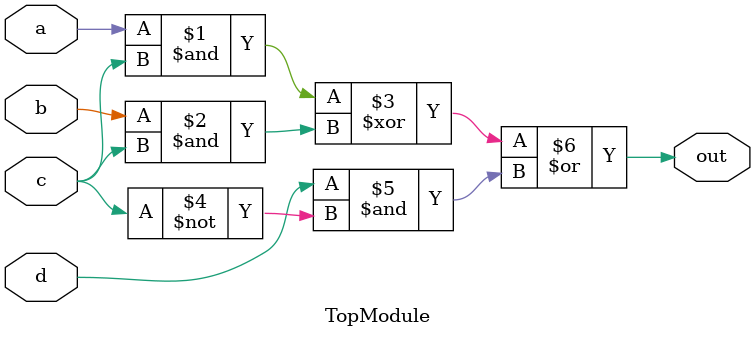
<source format=sv>

module TopModule (
  input a,
  input b,
  input c,
  input d,
  output reg out
);
assign out = (a & c) ^ (b & c) | (d & ~c); 
endmodule

</source>
